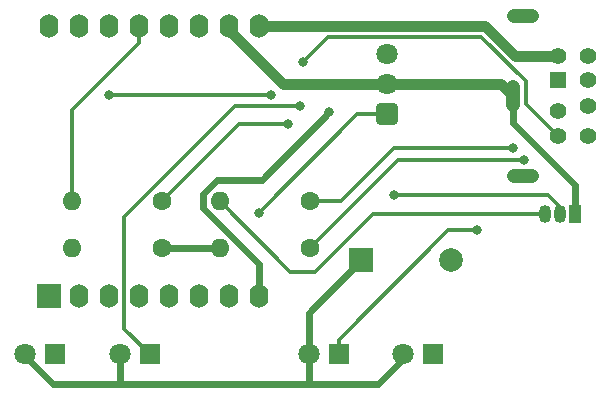
<source format=gtl>
%TF.GenerationSoftware,KiCad,Pcbnew,7.0.7*%
%TF.CreationDate,2023-09-16T13:59:36+03:00*%
%TF.ProjectId,ElectraWifi,456c6563-7472-4615-9769-66692e6b6963,rev?*%
%TF.SameCoordinates,Original*%
%TF.FileFunction,Copper,L1,Top*%
%TF.FilePolarity,Positive*%
%FSLAX46Y46*%
G04 Gerber Fmt 4.6, Leading zero omitted, Abs format (unit mm)*
G04 Created by KiCad (PCBNEW 7.0.7) date 2023-09-16 13:59:36*
%MOMM*%
%LPD*%
G01*
G04 APERTURE LIST*
G04 Aperture macros list*
%AMRoundRect*
0 Rectangle with rounded corners*
0 $1 Rounding radius*
0 $2 $3 $4 $5 $6 $7 $8 $9 X,Y pos of 4 corners*
0 Add a 4 corners polygon primitive as box body*
4,1,4,$2,$3,$4,$5,$6,$7,$8,$9,$2,$3,0*
0 Add four circle primitives for the rounded corners*
1,1,$1+$1,$2,$3*
1,1,$1+$1,$4,$5*
1,1,$1+$1,$6,$7*
1,1,$1+$1,$8,$9*
0 Add four rect primitives between the rounded corners*
20,1,$1+$1,$2,$3,$4,$5,0*
20,1,$1+$1,$4,$5,$6,$7,0*
20,1,$1+$1,$6,$7,$8,$9,0*
20,1,$1+$1,$8,$9,$2,$3,0*%
G04 Aperture macros list end*
%TA.AperFunction,ComponentPad*%
%ADD10R,1.408000X1.408000*%
%TD*%
%TA.AperFunction,ComponentPad*%
%ADD11C,1.408000*%
%TD*%
%TA.AperFunction,ComponentPad*%
%ADD12O,1.230000X2.730000*%
%TD*%
%TA.AperFunction,ComponentPad*%
%ADD13O,2.730000X1.230000*%
%TD*%
%TA.AperFunction,ComponentPad*%
%ADD14O,1.600000X2.000000*%
%TD*%
%TA.AperFunction,ComponentPad*%
%ADD15R,2.000000X2.000000*%
%TD*%
%TA.AperFunction,ComponentPad*%
%ADD16R,1.800000X1.800000*%
%TD*%
%TA.AperFunction,ComponentPad*%
%ADD17C,1.800000*%
%TD*%
%TA.AperFunction,ComponentPad*%
%ADD18O,1.050000X1.500000*%
%TD*%
%TA.AperFunction,ComponentPad*%
%ADD19R,1.050000X1.500000*%
%TD*%
%TA.AperFunction,ComponentPad*%
%ADD20RoundRect,0.248400X0.651600X-0.651600X0.651600X0.651600X-0.651600X0.651600X-0.651600X-0.651600X0*%
%TD*%
%TA.AperFunction,ComponentPad*%
%ADD21C,2.000000*%
%TD*%
%TA.AperFunction,ComponentPad*%
%ADD22C,1.600000*%
%TD*%
%TA.AperFunction,ComponentPad*%
%ADD23O,1.600000X1.600000*%
%TD*%
%TA.AperFunction,ViaPad*%
%ADD24C,0.800000*%
%TD*%
%TA.AperFunction,Conductor*%
%ADD25C,0.600000*%
%TD*%
%TA.AperFunction,Conductor*%
%ADD26C,0.300000*%
%TD*%
%TA.AperFunction,Conductor*%
%ADD27C,0.900000*%
%TD*%
G04 APERTURE END LIST*
D10*
%TO.P,J1,1,1*%
%TO.N,heat_led*%
X157848000Y-78300000D03*
D11*
%TO.P,J1,2,2*%
%TO.N,IR_to_ac*%
X157848000Y-80900000D03*
%TO.P,J1,3,3*%
%TO.N,+5V*%
X157848000Y-76200000D03*
%TO.P,J1,4,4*%
%TO.N,beep*%
X160348000Y-78300000D03*
%TO.P,J1,5,5*%
%TO.N,power_led*%
X157848000Y-83000000D03*
%TO.P,J1,6,6*%
%TO.N,timer_led*%
X160348000Y-76200000D03*
%TO.P,J1,7,7*%
%TO.N,button*%
X160348000Y-80500000D03*
%TO.P,J1,8,8*%
%TO.N,cool_led*%
X160348000Y-83000000D03*
D12*
%TO.P,J1,S1,SHIELD*%
%TO.N,GND*%
X154048000Y-79600000D03*
D13*
%TO.P,J1,S2,SHIELD__1*%
%TO.N,unconnected-(J1-SHIELD__1-PadS2)*%
X154848000Y-86350000D03*
%TO.P,J1,S3,SHIELD__2*%
%TO.N,unconnected-(J1-SHIELD__2-PadS3)*%
X154848000Y-72850000D03*
%TD*%
D14*
%TO.P,U1,16,TX*%
%TO.N,unconnected-(U1-TX-Pad16)*%
X114762000Y-73685000D03*
%TO.P,U1,15,RX*%
%TO.N,unconnected-(U1-RX-Pad15)*%
X117302000Y-73685000D03*
%TO.P,U1,14,SCL/D1*%
%TO.N,power_led*%
X119842000Y-73685000D03*
%TO.P,U1,13,SDA/D2*%
%TO.N,IR_from_esp*%
X122382000Y-73685000D03*
%TO.P,U1,12,D3*%
%TO.N,unconnected-(U1-D3-Pad12)*%
X124922000Y-73685000D03*
%TO.P,U1,11,D4*%
%TO.N,unconnected-(U1-D4-Pad11)*%
X127462000Y-73685000D03*
%TO.P,U1,10,GND*%
%TO.N,GND*%
X130002000Y-73685000D03*
%TO.P,U1,9,5V*%
%TO.N,+5V*%
X132542000Y-73685000D03*
%TO.P,U1,8,3V3*%
%TO.N,+3.3V*%
X132542000Y-96545000D03*
%TO.P,U1,7,CS/D8*%
%TO.N,unconnected-(U1-CS{slash}D8-Pad7)*%
X130002000Y-96545000D03*
%TO.P,U1,6,MOSI/D7*%
%TO.N,unconnected-(U1-MOSI{slash}D7-Pad6)*%
X127462000Y-96545000D03*
%TO.P,U1,5,MISO/D6*%
%TO.N,unconnected-(U1-MISO{slash}D6-Pad5)*%
X124922000Y-96545000D03*
%TO.P,U1,4,SCK/D5*%
%TO.N,IR_receive*%
X122382000Y-96545000D03*
%TO.P,U1,3,D0*%
%TO.N,unconnected-(U1-D0-Pad3)*%
X119842000Y-96545000D03*
%TO.P,U1,2,A0*%
%TO.N,unconnected-(U1-A0-Pad2)*%
X117302000Y-96545000D03*
D15*
%TO.P,U1,1,~{RST}*%
%TO.N,unconnected-(U1-~{RST}-Pad1)*%
X114762000Y-96545000D03*
%TD*%
D16*
%TO.P,D2,1,K*%
%TO.N,cool_led*%
X139275000Y-101500000D03*
D17*
%TO.P,D2,2,A*%
%TO.N,+5V*%
X136735000Y-101500000D03*
%TD*%
D18*
%TO.P,Q1,3,C*%
%TO.N,Net-(Q1-C)*%
X156730000Y-89640000D03*
%TO.P,Q1,2,B*%
%TO.N,Net-(Q1-B)*%
X158000000Y-89640000D03*
D19*
%TO.P,Q1,1,E*%
%TO.N,GND*%
X159270000Y-89640000D03*
%TD*%
D20*
%TO.P,U2,1,OUT*%
%TO.N,IR_receive*%
X143337000Y-81140000D03*
D17*
%TO.P,U2,2,GND*%
%TO.N,GND*%
X143337000Y-78600000D03*
%TO.P,U2,3,Vs*%
%TO.N,+3.3V*%
X143337000Y-76060000D03*
%TD*%
D16*
%TO.P,D3,1,K*%
%TO.N,timer_led*%
X123275000Y-101500000D03*
D17*
%TO.P,D3,2,A*%
%TO.N,+5V*%
X120735000Y-101500000D03*
%TD*%
D16*
%TO.P,D1,1,K*%
%TO.N,heat_led*%
X147275000Y-101500000D03*
D17*
%TO.P,D1,2,A*%
%TO.N,+5V*%
X144735000Y-101500000D03*
%TD*%
D16*
%TO.P,D4,1,K*%
%TO.N,power_led*%
X115275000Y-101500000D03*
D17*
%TO.P,D4,2,A*%
%TO.N,+5V*%
X112735000Y-101500000D03*
%TD*%
D21*
%TO.P,BZ1,2,+*%
%TO.N,Net-(BZ1-+)*%
X148800000Y-93500000D03*
D15*
%TO.P,BZ1,1,-*%
%TO.N,+5V*%
X141200000Y-93500000D03*
%TD*%
D22*
%TO.P,R4,1*%
%TO.N,beep*%
X136810000Y-92500000D03*
D23*
%TO.P,R4,2*%
%TO.N,Net-(BZ1-+)*%
X129190000Y-92500000D03*
%TD*%
D22*
%TO.P,R2,1*%
%TO.N,IR_to_ac*%
X136810000Y-88500000D03*
D23*
%TO.P,R2,2*%
%TO.N,Net-(Q1-C)*%
X129190000Y-88500000D03*
%TD*%
%TO.P,R1,2*%
%TO.N,IR_from_esp*%
X116690000Y-88500000D03*
D22*
%TO.P,R1,1*%
%TO.N,Net-(Q1-B)*%
X124310000Y-88500000D03*
%TD*%
%TO.P,R3,1*%
%TO.N,Net-(BZ1-+)*%
X124310000Y-92500000D03*
D23*
%TO.P,R3,2*%
%TO.N,+5V*%
X116690000Y-92500000D03*
%TD*%
D24*
%TO.N,power_led*%
X119842000Y-79500000D03*
X136250000Y-76750000D03*
X133541500Y-79500000D03*
%TO.N,timer_led*%
X136000000Y-80500000D03*
%TO.N,Net-(Q1-B)*%
X135000000Y-82000000D03*
X144000000Y-88000000D03*
%TO.N,IR_receive*%
X132500000Y-89500000D03*
%TO.N,+3.3V*%
X138500000Y-81000000D03*
%TO.N,cool_led*%
X151000000Y-91000000D03*
%TO.N,IR_to_ac*%
X154000000Y-84000000D03*
%TO.N,beep*%
X155000000Y-85000000D03*
%TD*%
D25*
%TO.N,+5V*%
X112735000Y-101610000D02*
X115125000Y-104000000D01*
X112735000Y-101500000D02*
X112735000Y-101610000D01*
X115125000Y-104000000D02*
X120500000Y-104000000D01*
%TO.N,+3.3V*%
X132542000Y-93872101D02*
X132542000Y-96545000D01*
X128960101Y-86750000D02*
X127790000Y-87920101D01*
X127790000Y-87920101D02*
X127790000Y-89120101D01*
X127790000Y-89120101D02*
X132542000Y-93872101D01*
X132750000Y-86750000D02*
X128960101Y-86750000D01*
X138500000Y-81000000D02*
X132750000Y-86750000D01*
D26*
%TO.N,power_led*%
X155113000Y-80265000D02*
X157848000Y-83000000D01*
X151312208Y-74585000D02*
X155113000Y-78385792D01*
X155113000Y-78385792D02*
X155113000Y-80265000D01*
X138415000Y-74585000D02*
X151312208Y-74585000D01*
X136250000Y-76750000D02*
X138415000Y-74585000D01*
D27*
%TO.N,GND*%
X130002000Y-74002000D02*
X130002000Y-73685000D01*
X143337000Y-78600000D02*
X134600000Y-78600000D01*
X134600000Y-78600000D02*
X130002000Y-74002000D01*
D26*
%TO.N,power_led*%
X133541500Y-79500000D02*
X119842000Y-79500000D01*
%TO.N,timer_led*%
X130500000Y-80500000D02*
X136000000Y-80500000D01*
X121132000Y-89868000D02*
X130500000Y-80500000D01*
X121132000Y-99357000D02*
X121132000Y-89868000D01*
X123275000Y-101500000D02*
X121132000Y-99357000D01*
%TO.N,Net-(Q1-B)*%
X158000000Y-89040000D02*
X158000000Y-89640000D01*
X156960000Y-88000000D02*
X158000000Y-89040000D01*
X144000000Y-88000000D02*
X156960000Y-88000000D01*
X130810000Y-82000000D02*
X135000000Y-82000000D01*
X124310000Y-88500000D02*
X130810000Y-82000000D01*
%TO.N,IR_receive*%
X140860000Y-81140000D02*
X132500000Y-89500000D01*
X143337000Y-81140000D02*
X140860000Y-81140000D01*
%TO.N,cool_led*%
X148575000Y-91000000D02*
X151000000Y-91000000D01*
X139275000Y-100300000D02*
X148575000Y-91000000D01*
X139275000Y-101500000D02*
X139275000Y-100300000D01*
D25*
%TO.N,+5V*%
X120500000Y-104000000D02*
X136500000Y-104000000D01*
X136500000Y-104000000D02*
X142617500Y-104000000D01*
X136735000Y-101500000D02*
X136735000Y-103765000D01*
X136735000Y-103765000D02*
X136500000Y-104000000D01*
X120735000Y-103765000D02*
X120500000Y-104000000D01*
X120735000Y-101500000D02*
X120735000Y-103765000D01*
X144735000Y-101882500D02*
X144735000Y-101500000D01*
X142617500Y-104000000D02*
X144735000Y-101882500D01*
D26*
%TO.N,IR_from_esp*%
X116690000Y-80810000D02*
X122382000Y-75118000D01*
X122382000Y-75118000D02*
X122382000Y-73685000D01*
X116690000Y-88500000D02*
X116690000Y-80810000D01*
%TO.N,Net-(Q1-C)*%
X137300000Y-94500000D02*
X142160000Y-89640000D01*
X142160000Y-89640000D02*
X156730000Y-89640000D01*
X135190000Y-94500000D02*
X137300000Y-94500000D01*
X129190000Y-88500000D02*
X135190000Y-94500000D01*
%TO.N,IR_to_ac*%
X144000000Y-84000000D02*
X154000000Y-84000000D01*
X139500000Y-88500000D02*
X144000000Y-84000000D01*
X136810000Y-88500000D02*
X139500000Y-88500000D01*
%TO.N,beep*%
X144310000Y-85000000D02*
X155000000Y-85000000D01*
X136810000Y-92500000D02*
X144310000Y-85000000D01*
D25*
%TO.N,Net-(BZ1-+)*%
X124310000Y-92500000D02*
X129190000Y-92500000D01*
%TO.N,+5V*%
X136735000Y-97965000D02*
X141200000Y-93500000D01*
X136735000Y-101500000D02*
X136735000Y-97965000D01*
D27*
X151685000Y-73685000D02*
X132542000Y-73685000D01*
X154200000Y-76200000D02*
X151685000Y-73685000D01*
X157848000Y-76200000D02*
X154200000Y-76200000D01*
D25*
%TO.N,GND*%
X159270000Y-87152000D02*
X154048000Y-81930000D01*
X154048000Y-81930000D02*
X154048000Y-79600000D01*
X159270000Y-89640000D02*
X159270000Y-87152000D01*
D27*
X153048000Y-78600000D02*
X143337000Y-78600000D01*
X154048000Y-79600000D02*
X153048000Y-78600000D01*
%TD*%
M02*

</source>
